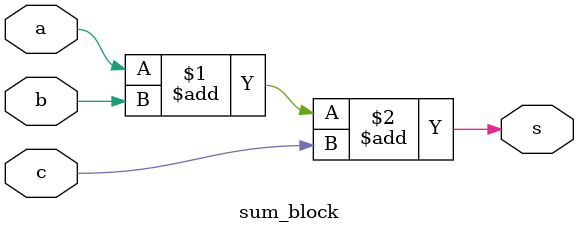
<source format=v>

`timescale 1ns / 1ps
module CLA(
    input wire [3:0]a,b,
    input wire cin,
    output wire [3:0]sum,
    output wire cout 
    );
    wire [3:0]g,p;
    wire [3:0]c;
    assign g[0]=a[0]&b[0];
    assign g[1]=a[1]&b[1];
    assign g[2]=a[2]&b[2];
    assign g[3]=a[3]&b[3];
    assign p[0]=a[0]^b[0];
    assign p[1]=a[1]^b[1];
    assign p[2]=a[2]^b[2];
    assign p[3]=a[3]^b[3];    
    assign c[0]=g[0]+(p[0]*cin);
    assign c[1]=g[1]+(p[1]*c[0]);
    assign c[2]=g[2]+(p[2]*c[1]);
    assign c[3]=g[3]+(p[3]*c[2]);
    sum_block d1(a[0],b[0],cin,sum[0]);
    sum_block d2(a[1],b[1],c[0],sum[1]);
    sum_block d3(a[2],b[2],c[1],sum[2]);
    sum_block d4(a[3],b[3],c[2],sum[3]);
    assign cout=c[3];
endmodule

//code for sum_block

module sum_block(
    input wire a,b,c,
    output wire s
    );
    assign s=a+b+c;
endmodule

</source>
